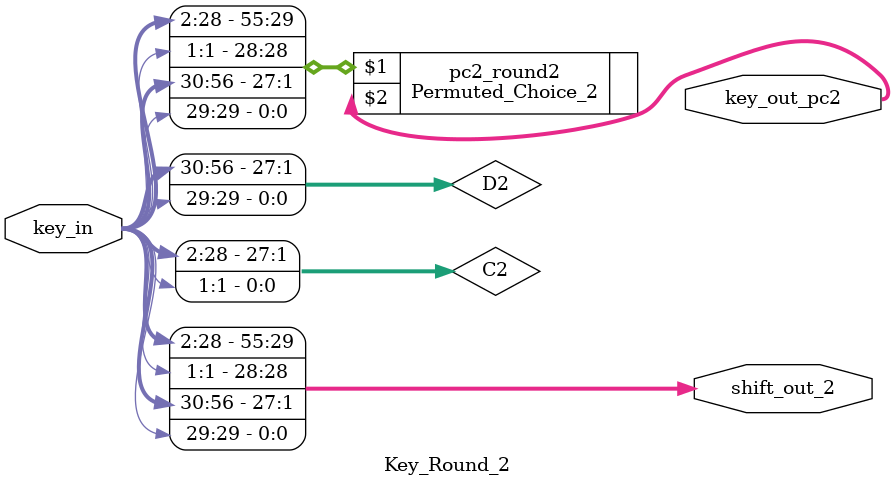
<source format=v>
`timescale 1ns / 1ps
module Key_Round_2(
    input [1:56] key_in,
    output [1:56] shift_out_2,
    output [1:48] key_out_pc2
    );

wire [1:28] C2,D2;
assign C2={key_in[2:28],key_in[1]};
assign D2={key_in[30:56],key_in[29]};
assign shift_out_2={C2,D2};

Permuted_Choice_2 pc2_round2(shift_out_2, key_out_pc2);
endmodule

</source>
